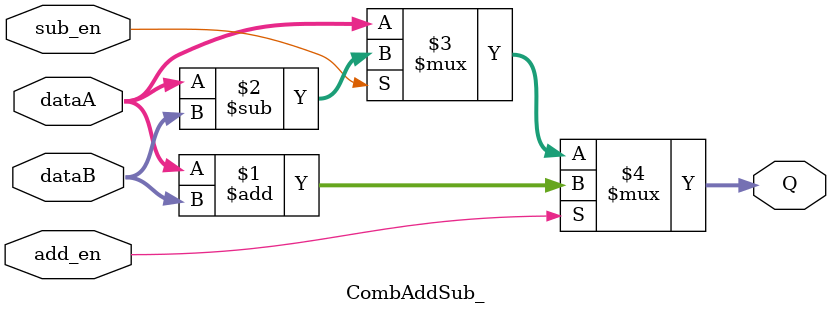
<source format=v>
module CombAddSub_(add_en, sub_en, dataA, dataB, Q);
    input [127:0] dataA, dataB;
    input add_en, sub_en;
    output [127:0] Q;

    assign Q = (add_en) ? dataA + dataB : (sub_en) ? dataA - dataB : dataA;

endmodule

</source>
